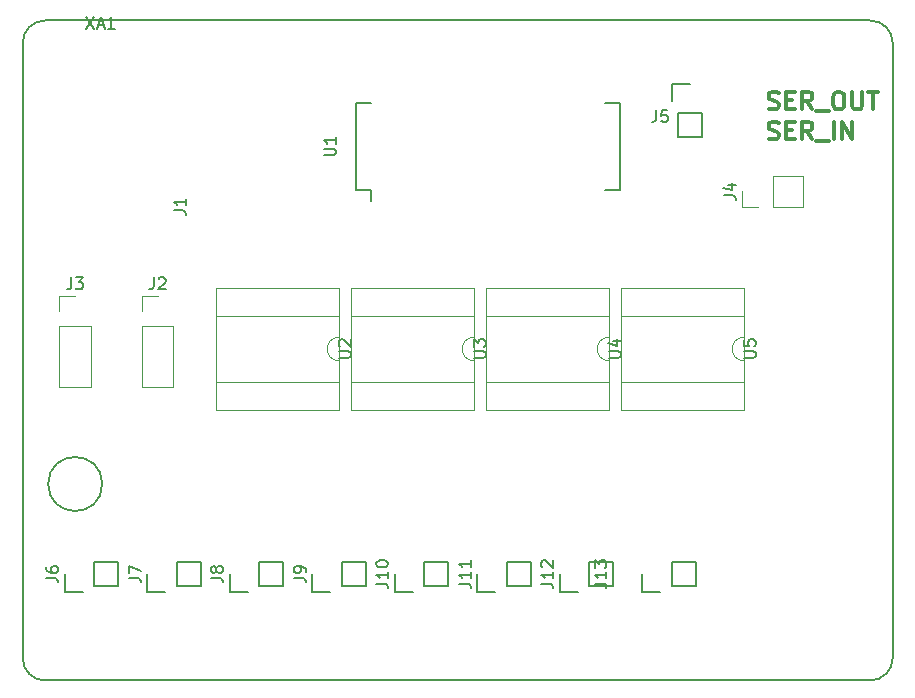
<source format=gbr>
%TF.GenerationSoftware,KiCad,Pcbnew,4.0.7*%
%TF.CreationDate,2018-07-13T11:03:56-06:00*%
%TF.ProjectId,valve_testing,76616C76655F74657374696E672E6B69,rev?*%
%TF.FileFunction,Legend,Top*%
%FSLAX46Y46*%
G04 Gerber Fmt 4.6, Leading zero omitted, Abs format (unit mm)*
G04 Created by KiCad (PCBNEW 4.0.7) date Friday, July 13, 2018 'AMt' 11:03:56 AM*
%MOMM*%
%LPD*%
G01*
G04 APERTURE LIST*
%ADD10C,0.150000*%
%ADD11C,0.300000*%
%ADD12C,0.120000*%
%ADD13C,0.160000*%
G04 APERTURE END LIST*
D10*
X157480000Y-51435000D02*
X157480000Y-50165000D01*
X83820000Y-51435000D02*
X83820000Y-50165000D01*
X83820000Y-100965000D02*
X83820000Y-102235000D01*
X157480000Y-101092000D02*
X157480000Y-102235000D01*
D11*
X146970714Y-55725143D02*
X147185000Y-55796571D01*
X147542143Y-55796571D01*
X147685000Y-55725143D01*
X147756429Y-55653714D01*
X147827857Y-55510857D01*
X147827857Y-55368000D01*
X147756429Y-55225143D01*
X147685000Y-55153714D01*
X147542143Y-55082286D01*
X147256429Y-55010857D01*
X147113571Y-54939429D01*
X147042143Y-54868000D01*
X146970714Y-54725143D01*
X146970714Y-54582286D01*
X147042143Y-54439429D01*
X147113571Y-54368000D01*
X147256429Y-54296571D01*
X147613571Y-54296571D01*
X147827857Y-54368000D01*
X148470714Y-55010857D02*
X148970714Y-55010857D01*
X149185000Y-55796571D02*
X148470714Y-55796571D01*
X148470714Y-54296571D01*
X149185000Y-54296571D01*
X150685000Y-55796571D02*
X150185000Y-55082286D01*
X149827857Y-55796571D02*
X149827857Y-54296571D01*
X150399285Y-54296571D01*
X150542143Y-54368000D01*
X150613571Y-54439429D01*
X150685000Y-54582286D01*
X150685000Y-54796571D01*
X150613571Y-54939429D01*
X150542143Y-55010857D01*
X150399285Y-55082286D01*
X149827857Y-55082286D01*
X150970714Y-55939429D02*
X152113571Y-55939429D01*
X152756428Y-54296571D02*
X153042142Y-54296571D01*
X153185000Y-54368000D01*
X153327857Y-54510857D01*
X153399285Y-54796571D01*
X153399285Y-55296571D01*
X153327857Y-55582286D01*
X153185000Y-55725143D01*
X153042142Y-55796571D01*
X152756428Y-55796571D01*
X152613571Y-55725143D01*
X152470714Y-55582286D01*
X152399285Y-55296571D01*
X152399285Y-54796571D01*
X152470714Y-54510857D01*
X152613571Y-54368000D01*
X152756428Y-54296571D01*
X154042143Y-54296571D02*
X154042143Y-55510857D01*
X154113571Y-55653714D01*
X154185000Y-55725143D01*
X154327857Y-55796571D01*
X154613571Y-55796571D01*
X154756429Y-55725143D01*
X154827857Y-55653714D01*
X154899286Y-55510857D01*
X154899286Y-54296571D01*
X155399286Y-54296571D02*
X156256429Y-54296571D01*
X155827858Y-55796571D02*
X155827858Y-54296571D01*
X146970714Y-58265143D02*
X147185000Y-58336571D01*
X147542143Y-58336571D01*
X147685000Y-58265143D01*
X147756429Y-58193714D01*
X147827857Y-58050857D01*
X147827857Y-57908000D01*
X147756429Y-57765143D01*
X147685000Y-57693714D01*
X147542143Y-57622286D01*
X147256429Y-57550857D01*
X147113571Y-57479429D01*
X147042143Y-57408000D01*
X146970714Y-57265143D01*
X146970714Y-57122286D01*
X147042143Y-56979429D01*
X147113571Y-56908000D01*
X147256429Y-56836571D01*
X147613571Y-56836571D01*
X147827857Y-56908000D01*
X148470714Y-57550857D02*
X148970714Y-57550857D01*
X149185000Y-58336571D02*
X148470714Y-58336571D01*
X148470714Y-56836571D01*
X149185000Y-56836571D01*
X150685000Y-58336571D02*
X150185000Y-57622286D01*
X149827857Y-58336571D02*
X149827857Y-56836571D01*
X150399285Y-56836571D01*
X150542143Y-56908000D01*
X150613571Y-56979429D01*
X150685000Y-57122286D01*
X150685000Y-57336571D01*
X150613571Y-57479429D01*
X150542143Y-57550857D01*
X150399285Y-57622286D01*
X149827857Y-57622286D01*
X150970714Y-58479429D02*
X152113571Y-58479429D01*
X152470714Y-58336571D02*
X152470714Y-56836571D01*
X153185000Y-58336571D02*
X153185000Y-56836571D01*
X154042143Y-58336571D01*
X154042143Y-56836571D01*
X146970714Y-55725143D02*
X147185000Y-55796571D01*
X147542143Y-55796571D01*
X147685000Y-55725143D01*
X147756429Y-55653714D01*
X147827857Y-55510857D01*
X147827857Y-55368000D01*
X147756429Y-55225143D01*
X147685000Y-55153714D01*
X147542143Y-55082286D01*
X147256429Y-55010857D01*
X147113571Y-54939429D01*
X147042143Y-54868000D01*
X146970714Y-54725143D01*
X146970714Y-54582286D01*
X147042143Y-54439429D01*
X147113571Y-54368000D01*
X147256429Y-54296571D01*
X147613571Y-54296571D01*
X147827857Y-54368000D01*
X148470714Y-55010857D02*
X148970714Y-55010857D01*
X149185000Y-55796571D02*
X148470714Y-55796571D01*
X148470714Y-54296571D01*
X149185000Y-54296571D01*
X150685000Y-55796571D02*
X150185000Y-55082286D01*
X149827857Y-55796571D02*
X149827857Y-54296571D01*
X150399285Y-54296571D01*
X150542143Y-54368000D01*
X150613571Y-54439429D01*
X150685000Y-54582286D01*
X150685000Y-54796571D01*
X150613571Y-54939429D01*
X150542143Y-55010857D01*
X150399285Y-55082286D01*
X149827857Y-55082286D01*
X150970714Y-55939429D02*
X152113571Y-55939429D01*
X152756428Y-54296571D02*
X153042142Y-54296571D01*
X153185000Y-54368000D01*
X153327857Y-54510857D01*
X153399285Y-54796571D01*
X153399285Y-55296571D01*
X153327857Y-55582286D01*
X153185000Y-55725143D01*
X153042142Y-55796571D01*
X152756428Y-55796571D01*
X152613571Y-55725143D01*
X152470714Y-55582286D01*
X152399285Y-55296571D01*
X152399285Y-54796571D01*
X152470714Y-54510857D01*
X152613571Y-54368000D01*
X152756428Y-54296571D01*
X154042143Y-54296571D02*
X154042143Y-55510857D01*
X154113571Y-55653714D01*
X154185000Y-55725143D01*
X154327857Y-55796571D01*
X154613571Y-55796571D01*
X154756429Y-55725143D01*
X154827857Y-55653714D01*
X154899286Y-55510857D01*
X154899286Y-54296571D01*
X155399286Y-54296571D02*
X156256429Y-54296571D01*
X155827858Y-55796571D02*
X155827858Y-54296571D01*
D10*
X83820000Y-51435000D02*
X83820000Y-100965000D01*
X157480000Y-51435000D02*
X157480000Y-101092000D01*
X83820000Y-102235000D02*
G75*
G03X85725000Y-104140000I1905000J0D01*
G01*
X85725000Y-48260000D02*
G75*
G03X83820000Y-50165000I0J-1905000D01*
G01*
X157480000Y-50165000D02*
G75*
G03X155575000Y-48260000I-1905000J0D01*
G01*
X155575000Y-104140000D02*
G75*
G03X157480000Y-102235000I0J1905000D01*
G01*
X155575000Y-48260000D02*
X85725000Y-48260000D01*
X85725000Y-104140000D02*
X155575000Y-104140000D01*
X112005000Y-62603000D02*
X113275000Y-62603000D01*
X112005000Y-55253000D02*
X113275000Y-55253000D01*
X134375000Y-55253000D02*
X133105000Y-55253000D01*
X134375000Y-62603000D02*
X133105000Y-62603000D01*
X112005000Y-62603000D02*
X112005000Y-55253000D01*
X134375000Y-62603000D02*
X134375000Y-55253000D01*
X113275000Y-62603000D02*
X113275000Y-63538000D01*
D12*
X110610000Y-75073000D02*
X110610000Y-73303000D01*
X110610000Y-73303000D02*
X100210000Y-73303000D01*
X100210000Y-73303000D02*
X100210000Y-78843000D01*
X100210000Y-78843000D02*
X110610000Y-78843000D01*
X110610000Y-78843000D02*
X110610000Y-77073000D01*
X110610000Y-70873000D02*
X100210000Y-70873000D01*
X100210000Y-70873000D02*
X100210000Y-81273000D01*
X100210000Y-81273000D02*
X110610000Y-81273000D01*
X110610000Y-81273000D02*
X110610000Y-70873000D01*
X110610000Y-77073000D02*
G75*
G02X110610000Y-75073000I0J1000000D01*
G01*
X122040000Y-75073000D02*
X122040000Y-73303000D01*
X122040000Y-73303000D02*
X111640000Y-73303000D01*
X111640000Y-73303000D02*
X111640000Y-78843000D01*
X111640000Y-78843000D02*
X122040000Y-78843000D01*
X122040000Y-78843000D02*
X122040000Y-77073000D01*
X122040000Y-70873000D02*
X111640000Y-70873000D01*
X111640000Y-70873000D02*
X111640000Y-81273000D01*
X111640000Y-81273000D02*
X122040000Y-81273000D01*
X122040000Y-81273000D02*
X122040000Y-70873000D01*
X122040000Y-77073000D02*
G75*
G02X122040000Y-75073000I0J1000000D01*
G01*
X133470000Y-75073000D02*
X133470000Y-73303000D01*
X133470000Y-73303000D02*
X123070000Y-73303000D01*
X123070000Y-73303000D02*
X123070000Y-78843000D01*
X123070000Y-78843000D02*
X133470000Y-78843000D01*
X133470000Y-78843000D02*
X133470000Y-77073000D01*
X133470000Y-70873000D02*
X123070000Y-70873000D01*
X123070000Y-70873000D02*
X123070000Y-81273000D01*
X123070000Y-81273000D02*
X133470000Y-81273000D01*
X133470000Y-81273000D02*
X133470000Y-70873000D01*
X133470000Y-77073000D02*
G75*
G02X133470000Y-75073000I0J1000000D01*
G01*
X144900000Y-75073000D02*
X144900000Y-73303000D01*
X144900000Y-73303000D02*
X134500000Y-73303000D01*
X134500000Y-73303000D02*
X134500000Y-78843000D01*
X134500000Y-78843000D02*
X144900000Y-78843000D01*
X144900000Y-78843000D02*
X144900000Y-77073000D01*
X144900000Y-70873000D02*
X134500000Y-70873000D01*
X134500000Y-70873000D02*
X134500000Y-81273000D01*
X134500000Y-81273000D02*
X144900000Y-81273000D01*
X144900000Y-81273000D02*
X144900000Y-70873000D01*
X144900000Y-77073000D02*
G75*
G02X144900000Y-75073000I0J1000000D01*
G01*
D10*
X90551000Y-87503000D02*
G75*
G03X90551000Y-87503000I-2286000J0D01*
G01*
X138795000Y-96123000D02*
X138795000Y-94123000D01*
X138795000Y-94123000D02*
X140795000Y-94123000D01*
X140795000Y-94123000D02*
X140795000Y-96123000D01*
X140795000Y-96123000D02*
X138795000Y-96123000D01*
X137795000Y-96623000D02*
X136295000Y-96623000D01*
X136295000Y-96623000D02*
X136295000Y-95123000D01*
D12*
X149920000Y-64068000D02*
X149920000Y-61408000D01*
X147320000Y-64068000D02*
X149920000Y-64068000D01*
X147320000Y-61408000D02*
X149920000Y-61408000D01*
X147320000Y-64068000D02*
X147320000Y-61408000D01*
X146050000Y-64068000D02*
X144720000Y-64068000D01*
X144720000Y-64068000D02*
X144720000Y-62738000D01*
D10*
X139335000Y-56118000D02*
X141335000Y-56118000D01*
X141335000Y-56118000D02*
X141335000Y-58118000D01*
X141335000Y-58118000D02*
X139335000Y-58118000D01*
X139335000Y-58118000D02*
X139335000Y-56118000D01*
X138835000Y-55118000D02*
X138835000Y-53618000D01*
X138835000Y-53618000D02*
X140335000Y-53618000D01*
X89900000Y-96123000D02*
X89900000Y-94123000D01*
X89900000Y-94123000D02*
X91900000Y-94123000D01*
X91900000Y-94123000D02*
X91900000Y-96123000D01*
X91900000Y-96123000D02*
X89900000Y-96123000D01*
X88900000Y-96623000D02*
X87400000Y-96623000D01*
X87400000Y-96623000D02*
X87400000Y-95123000D01*
X96885000Y-96123000D02*
X96885000Y-94123000D01*
X96885000Y-94123000D02*
X98885000Y-94123000D01*
X98885000Y-94123000D02*
X98885000Y-96123000D01*
X98885000Y-96123000D02*
X96885000Y-96123000D01*
X95885000Y-96623000D02*
X94385000Y-96623000D01*
X94385000Y-96623000D02*
X94385000Y-95123000D01*
X103870000Y-96123000D02*
X103870000Y-94123000D01*
X103870000Y-94123000D02*
X105870000Y-94123000D01*
X105870000Y-94123000D02*
X105870000Y-96123000D01*
X105870000Y-96123000D02*
X103870000Y-96123000D01*
X102870000Y-96623000D02*
X101370000Y-96623000D01*
X101370000Y-96623000D02*
X101370000Y-95123000D01*
X110855000Y-96123000D02*
X110855000Y-94123000D01*
X110855000Y-94123000D02*
X112855000Y-94123000D01*
X112855000Y-94123000D02*
X112855000Y-96123000D01*
X112855000Y-96123000D02*
X110855000Y-96123000D01*
X109855000Y-96623000D02*
X108355000Y-96623000D01*
X108355000Y-96623000D02*
X108355000Y-95123000D01*
X117840000Y-96123000D02*
X117840000Y-94123000D01*
X117840000Y-94123000D02*
X119840000Y-94123000D01*
X119840000Y-94123000D02*
X119840000Y-96123000D01*
X119840000Y-96123000D02*
X117840000Y-96123000D01*
X116840000Y-96623000D02*
X115340000Y-96623000D01*
X115340000Y-96623000D02*
X115340000Y-95123000D01*
X124825000Y-96123000D02*
X124825000Y-94123000D01*
X124825000Y-94123000D02*
X126825000Y-94123000D01*
X126825000Y-94123000D02*
X126825000Y-96123000D01*
X126825000Y-96123000D02*
X124825000Y-96123000D01*
X123825000Y-96623000D02*
X122325000Y-96623000D01*
X122325000Y-96623000D02*
X122325000Y-95123000D01*
X131810000Y-96123000D02*
X131810000Y-94123000D01*
X131810000Y-94123000D02*
X133810000Y-94123000D01*
X133810000Y-94123000D02*
X133810000Y-96123000D01*
X133810000Y-96123000D02*
X131810000Y-96123000D01*
X130810000Y-96623000D02*
X129310000Y-96623000D01*
X129310000Y-96623000D02*
X129310000Y-95123000D01*
D12*
X93920000Y-79308000D02*
X96580000Y-79308000D01*
X93920000Y-74168000D02*
X93920000Y-79308000D01*
X96580000Y-74168000D02*
X96580000Y-79308000D01*
X93920000Y-74168000D02*
X96580000Y-74168000D01*
X93920000Y-72898000D02*
X93920000Y-71568000D01*
X93920000Y-71568000D02*
X95250000Y-71568000D01*
X86935000Y-79308000D02*
X89595000Y-79308000D01*
X86935000Y-74168000D02*
X86935000Y-79308000D01*
X89595000Y-74168000D02*
X89595000Y-79308000D01*
X86935000Y-74168000D02*
X89595000Y-74168000D01*
X86935000Y-72898000D02*
X86935000Y-71568000D01*
X86935000Y-71568000D02*
X88265000Y-71568000D01*
D13*
X89185905Y-47966381D02*
X89852572Y-48966381D01*
X89852572Y-47966381D02*
X89185905Y-48966381D01*
X90185905Y-48680667D02*
X90662096Y-48680667D01*
X90090667Y-48966381D02*
X90424000Y-47966381D01*
X90757334Y-48966381D01*
X91614477Y-48966381D02*
X91043048Y-48966381D01*
X91328762Y-48966381D02*
X91328762Y-47966381D01*
X91233524Y-48109238D01*
X91138286Y-48204476D01*
X91043048Y-48252095D01*
X109307381Y-59689905D02*
X110116905Y-59689905D01*
X110212143Y-59642286D01*
X110259762Y-59594667D01*
X110307381Y-59499429D01*
X110307381Y-59308952D01*
X110259762Y-59213714D01*
X110212143Y-59166095D01*
X110116905Y-59118476D01*
X109307381Y-59118476D01*
X110307381Y-58118476D02*
X110307381Y-58689905D01*
X110307381Y-58404191D02*
X109307381Y-58404191D01*
X109450238Y-58499429D01*
X109545476Y-58594667D01*
X109593095Y-58689905D01*
X110577381Y-76834905D02*
X111386905Y-76834905D01*
X111482143Y-76787286D01*
X111529762Y-76739667D01*
X111577381Y-76644429D01*
X111577381Y-76453952D01*
X111529762Y-76358714D01*
X111482143Y-76311095D01*
X111386905Y-76263476D01*
X110577381Y-76263476D01*
X110672619Y-75834905D02*
X110625000Y-75787286D01*
X110577381Y-75692048D01*
X110577381Y-75453952D01*
X110625000Y-75358714D01*
X110672619Y-75311095D01*
X110767857Y-75263476D01*
X110863095Y-75263476D01*
X111005952Y-75311095D01*
X111577381Y-75882524D01*
X111577381Y-75263476D01*
X96607381Y-64341333D02*
X97321667Y-64341333D01*
X97464524Y-64388953D01*
X97559762Y-64484191D01*
X97607381Y-64627048D01*
X97607381Y-64722286D01*
X97607381Y-63341333D02*
X97607381Y-63912762D01*
X97607381Y-63627048D02*
X96607381Y-63627048D01*
X96750238Y-63722286D01*
X96845476Y-63817524D01*
X96893095Y-63912762D01*
X122007381Y-76834905D02*
X122816905Y-76834905D01*
X122912143Y-76787286D01*
X122959762Y-76739667D01*
X123007381Y-76644429D01*
X123007381Y-76453952D01*
X122959762Y-76358714D01*
X122912143Y-76311095D01*
X122816905Y-76263476D01*
X122007381Y-76263476D01*
X122007381Y-75882524D02*
X122007381Y-75263476D01*
X122388333Y-75596810D01*
X122388333Y-75453952D01*
X122435952Y-75358714D01*
X122483571Y-75311095D01*
X122578810Y-75263476D01*
X122816905Y-75263476D01*
X122912143Y-75311095D01*
X122959762Y-75358714D01*
X123007381Y-75453952D01*
X123007381Y-75739667D01*
X122959762Y-75834905D01*
X122912143Y-75882524D01*
X133437381Y-76834905D02*
X134246905Y-76834905D01*
X134342143Y-76787286D01*
X134389762Y-76739667D01*
X134437381Y-76644429D01*
X134437381Y-76453952D01*
X134389762Y-76358714D01*
X134342143Y-76311095D01*
X134246905Y-76263476D01*
X133437381Y-76263476D01*
X133770714Y-75358714D02*
X134437381Y-75358714D01*
X133389762Y-75596810D02*
X134104048Y-75834905D01*
X134104048Y-75215857D01*
X144867381Y-76834905D02*
X145676905Y-76834905D01*
X145772143Y-76787286D01*
X145819762Y-76739667D01*
X145867381Y-76644429D01*
X145867381Y-76453952D01*
X145819762Y-76358714D01*
X145772143Y-76311095D01*
X145676905Y-76263476D01*
X144867381Y-76263476D01*
X144867381Y-75311095D02*
X144867381Y-75787286D01*
X145343571Y-75834905D01*
X145295952Y-75787286D01*
X145248333Y-75692048D01*
X145248333Y-75453952D01*
X145295952Y-75358714D01*
X145343571Y-75311095D01*
X145438810Y-75263476D01*
X145676905Y-75263476D01*
X145772143Y-75311095D01*
X145819762Y-75358714D01*
X145867381Y-75453952D01*
X145867381Y-75692048D01*
X145819762Y-75787286D01*
X145772143Y-75834905D01*
D10*
X132247381Y-95932523D02*
X132961667Y-95932523D01*
X133104524Y-95980143D01*
X133199762Y-96075381D01*
X133247381Y-96218238D01*
X133247381Y-96313476D01*
X133247381Y-94932523D02*
X133247381Y-95503952D01*
X133247381Y-95218238D02*
X132247381Y-95218238D01*
X132390238Y-95313476D01*
X132485476Y-95408714D01*
X132533095Y-95503952D01*
X132247381Y-94599190D02*
X132247381Y-93980142D01*
X132628333Y-94313476D01*
X132628333Y-94170618D01*
X132675952Y-94075380D01*
X132723571Y-94027761D01*
X132818810Y-93980142D01*
X133056905Y-93980142D01*
X133152143Y-94027761D01*
X133199762Y-94075380D01*
X133247381Y-94170618D01*
X133247381Y-94456333D01*
X133199762Y-94551571D01*
X133152143Y-94599190D01*
X143172381Y-63071333D02*
X143886667Y-63071333D01*
X144029524Y-63118953D01*
X144124762Y-63214191D01*
X144172381Y-63357048D01*
X144172381Y-63452286D01*
X143505714Y-62166571D02*
X144172381Y-62166571D01*
X143124762Y-62404667D02*
X143839048Y-62642762D01*
X143839048Y-62023714D01*
X137461667Y-55840381D02*
X137461667Y-56554667D01*
X137414047Y-56697524D01*
X137318809Y-56792762D01*
X137175952Y-56840381D01*
X137080714Y-56840381D01*
X138414048Y-55840381D02*
X137937857Y-55840381D01*
X137890238Y-56316571D01*
X137937857Y-56268952D01*
X138033095Y-56221333D01*
X138271191Y-56221333D01*
X138366429Y-56268952D01*
X138414048Y-56316571D01*
X138461667Y-56411810D01*
X138461667Y-56649905D01*
X138414048Y-56745143D01*
X138366429Y-56792762D01*
X138271191Y-56840381D01*
X138033095Y-56840381D01*
X137937857Y-56792762D01*
X137890238Y-56745143D01*
X85812381Y-95456333D02*
X86526667Y-95456333D01*
X86669524Y-95503953D01*
X86764762Y-95599191D01*
X86812381Y-95742048D01*
X86812381Y-95837286D01*
X85812381Y-94551571D02*
X85812381Y-94742048D01*
X85860000Y-94837286D01*
X85907619Y-94884905D01*
X86050476Y-94980143D01*
X86240952Y-95027762D01*
X86621905Y-95027762D01*
X86717143Y-94980143D01*
X86764762Y-94932524D01*
X86812381Y-94837286D01*
X86812381Y-94646809D01*
X86764762Y-94551571D01*
X86717143Y-94503952D01*
X86621905Y-94456333D01*
X86383810Y-94456333D01*
X86288571Y-94503952D01*
X86240952Y-94551571D01*
X86193333Y-94646809D01*
X86193333Y-94837286D01*
X86240952Y-94932524D01*
X86288571Y-94980143D01*
X86383810Y-95027762D01*
X92797381Y-95456333D02*
X93511667Y-95456333D01*
X93654524Y-95503953D01*
X93749762Y-95599191D01*
X93797381Y-95742048D01*
X93797381Y-95837286D01*
X92797381Y-95075381D02*
X92797381Y-94408714D01*
X93797381Y-94837286D01*
X99782381Y-95456333D02*
X100496667Y-95456333D01*
X100639524Y-95503953D01*
X100734762Y-95599191D01*
X100782381Y-95742048D01*
X100782381Y-95837286D01*
X100210952Y-94837286D02*
X100163333Y-94932524D01*
X100115714Y-94980143D01*
X100020476Y-95027762D01*
X99972857Y-95027762D01*
X99877619Y-94980143D01*
X99830000Y-94932524D01*
X99782381Y-94837286D01*
X99782381Y-94646809D01*
X99830000Y-94551571D01*
X99877619Y-94503952D01*
X99972857Y-94456333D01*
X100020476Y-94456333D01*
X100115714Y-94503952D01*
X100163333Y-94551571D01*
X100210952Y-94646809D01*
X100210952Y-94837286D01*
X100258571Y-94932524D01*
X100306190Y-94980143D01*
X100401429Y-95027762D01*
X100591905Y-95027762D01*
X100687143Y-94980143D01*
X100734762Y-94932524D01*
X100782381Y-94837286D01*
X100782381Y-94646809D01*
X100734762Y-94551571D01*
X100687143Y-94503952D01*
X100591905Y-94456333D01*
X100401429Y-94456333D01*
X100306190Y-94503952D01*
X100258571Y-94551571D01*
X100210952Y-94646809D01*
X106767381Y-95456333D02*
X107481667Y-95456333D01*
X107624524Y-95503953D01*
X107719762Y-95599191D01*
X107767381Y-95742048D01*
X107767381Y-95837286D01*
X107767381Y-94932524D02*
X107767381Y-94742048D01*
X107719762Y-94646809D01*
X107672143Y-94599190D01*
X107529286Y-94503952D01*
X107338810Y-94456333D01*
X106957857Y-94456333D01*
X106862619Y-94503952D01*
X106815000Y-94551571D01*
X106767381Y-94646809D01*
X106767381Y-94837286D01*
X106815000Y-94932524D01*
X106862619Y-94980143D01*
X106957857Y-95027762D01*
X107195952Y-95027762D01*
X107291190Y-94980143D01*
X107338810Y-94932524D01*
X107386429Y-94837286D01*
X107386429Y-94646809D01*
X107338810Y-94551571D01*
X107291190Y-94503952D01*
X107195952Y-94456333D01*
X113752381Y-95932523D02*
X114466667Y-95932523D01*
X114609524Y-95980143D01*
X114704762Y-96075381D01*
X114752381Y-96218238D01*
X114752381Y-96313476D01*
X114752381Y-94932523D02*
X114752381Y-95503952D01*
X114752381Y-95218238D02*
X113752381Y-95218238D01*
X113895238Y-95313476D01*
X113990476Y-95408714D01*
X114038095Y-95503952D01*
X113752381Y-94313476D02*
X113752381Y-94218237D01*
X113800000Y-94122999D01*
X113847619Y-94075380D01*
X113942857Y-94027761D01*
X114133333Y-93980142D01*
X114371429Y-93980142D01*
X114561905Y-94027761D01*
X114657143Y-94075380D01*
X114704762Y-94122999D01*
X114752381Y-94218237D01*
X114752381Y-94313476D01*
X114704762Y-94408714D01*
X114657143Y-94456333D01*
X114561905Y-94503952D01*
X114371429Y-94551571D01*
X114133333Y-94551571D01*
X113942857Y-94503952D01*
X113847619Y-94456333D01*
X113800000Y-94408714D01*
X113752381Y-94313476D01*
X120737381Y-95932523D02*
X121451667Y-95932523D01*
X121594524Y-95980143D01*
X121689762Y-96075381D01*
X121737381Y-96218238D01*
X121737381Y-96313476D01*
X121737381Y-94932523D02*
X121737381Y-95503952D01*
X121737381Y-95218238D02*
X120737381Y-95218238D01*
X120880238Y-95313476D01*
X120975476Y-95408714D01*
X121023095Y-95503952D01*
X121737381Y-93980142D02*
X121737381Y-94551571D01*
X121737381Y-94265857D02*
X120737381Y-94265857D01*
X120880238Y-94361095D01*
X120975476Y-94456333D01*
X121023095Y-94551571D01*
X127722381Y-95932523D02*
X128436667Y-95932523D01*
X128579524Y-95980143D01*
X128674762Y-96075381D01*
X128722381Y-96218238D01*
X128722381Y-96313476D01*
X128722381Y-94932523D02*
X128722381Y-95503952D01*
X128722381Y-95218238D02*
X127722381Y-95218238D01*
X127865238Y-95313476D01*
X127960476Y-95408714D01*
X128008095Y-95503952D01*
X127817619Y-94551571D02*
X127770000Y-94503952D01*
X127722381Y-94408714D01*
X127722381Y-94170618D01*
X127770000Y-94075380D01*
X127817619Y-94027761D01*
X127912857Y-93980142D01*
X128008095Y-93980142D01*
X128150952Y-94027761D01*
X128722381Y-94599190D01*
X128722381Y-93980142D01*
X94916667Y-70020381D02*
X94916667Y-70734667D01*
X94869047Y-70877524D01*
X94773809Y-70972762D01*
X94630952Y-71020381D01*
X94535714Y-71020381D01*
X95345238Y-70115619D02*
X95392857Y-70068000D01*
X95488095Y-70020381D01*
X95726191Y-70020381D01*
X95821429Y-70068000D01*
X95869048Y-70115619D01*
X95916667Y-70210857D01*
X95916667Y-70306095D01*
X95869048Y-70448952D01*
X95297619Y-71020381D01*
X95916667Y-71020381D01*
X87931667Y-70020381D02*
X87931667Y-70734667D01*
X87884047Y-70877524D01*
X87788809Y-70972762D01*
X87645952Y-71020381D01*
X87550714Y-71020381D01*
X88312619Y-70020381D02*
X88931667Y-70020381D01*
X88598333Y-70401333D01*
X88741191Y-70401333D01*
X88836429Y-70448952D01*
X88884048Y-70496571D01*
X88931667Y-70591810D01*
X88931667Y-70829905D01*
X88884048Y-70925143D01*
X88836429Y-70972762D01*
X88741191Y-71020381D01*
X88455476Y-71020381D01*
X88360238Y-70972762D01*
X88312619Y-70925143D01*
M02*

</source>
